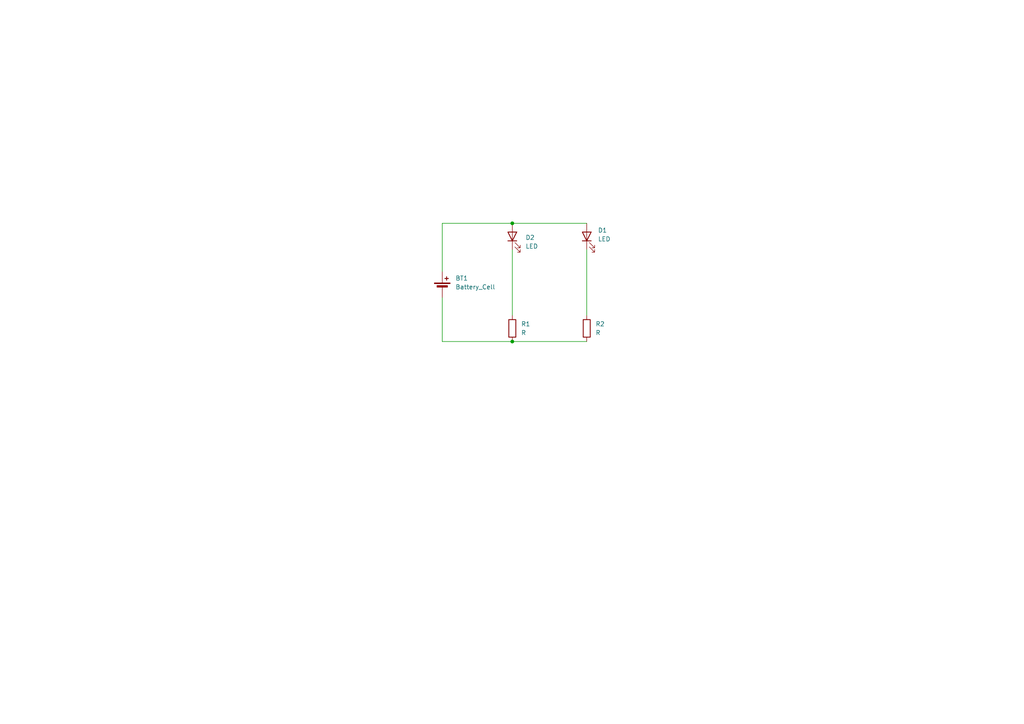
<source format=kicad_sch>
(kicad_sch (version 20250114) (generator "eeschema") (generator_version "9.0")
  (paper "A4")
  (lib_symbols
    (symbol "Device:Battery_Cell" (pin_numbers (hide yes)) (pin_names (offset 0) (hide yes))
      (property "Reference" "BT" (at 2.54 2.54 0))
      (property "Value" "Battery_Cell" (at 2.54 0 0))
      (symbol "Battery_Cell_0_1"
        (rectangle (start -2.286 1.778) (end 2.286 1.524) (fill (type outline)))
        (rectangle (start -1.524 1.016) (end 1.524 0.508) (fill (type outline)))
        (polyline (pts (xy 0 1.778) (xy 0 2.54)))
        (polyline (pts (xy 0 0.762) (xy 0 0)))
        (polyline (pts (xy 0.762 3.048) (xy 1.778 3.048)) (stroke (width 0.254)))
        (polyline (pts (xy 1.27 3.556) (xy 1.27 2.54)) (stroke (width 0.254)))
      )
      (symbol "Battery_Cell_1_1"
        (pin passive line (at 0 5.08 270) (length 2.54) (name "+") (number "1"))
        (pin passive line (at 0 -2.54 90) (length 2.54) (name "-") (number "2"))
      )
    )
    (symbol "Device:LED" (pin_numbers (hide yes)) (pin_names (offset 1.016) (hide yes))
      (property "Reference" "D" (at 0 2.54 0))
      (property "Value" "LED" (at 0 -2.54 0))
      (symbol "LED_0_1"
        (polyline (pts (xy -3.048 -0.762) (xy -4.572 -2.286) (xy -3.81 -2.286) (xy -4.572 -2.286) (xy -4.572 -1.524)))
        (polyline (pts (xy -1.778 -0.762) (xy -3.302 -2.286) (xy -2.54 -2.286) (xy -3.302 -2.286) (xy -3.302 -1.524)))
        (polyline (pts (xy -1.27 0) (xy 1.27 0)))
        (polyline (pts (xy -1.27 -1.27) (xy -1.27 1.27)) (stroke (width 0.254)))
        (polyline (pts (xy 1.27 -1.27) (xy 1.27 1.27) (xy -1.27 0) (xy 1.27 -1.27)) (stroke (width 0.254)))
      )
      (symbol "LED_1_1"
        (pin passive line (at -3.81 0 0) (length 2.54) (name "K") (number "1"))
        (pin passive line (at 3.81 0 180) (length 2.54) (name "A") (number "2"))
      )
    )
    (symbol "Device:R" (pin_numbers (hide yes)) (pin_names (offset 0))
      (property "Reference" "R" (at 2.032 0 90))
      (property "Value" "R" (at 0 0 90))
      (symbol "R_0_1"
        (rectangle (start -1.016 -2.54) (end 1.016 2.54) (stroke (width 0.254)))
      )
      (symbol "R_1_1"
        (pin passive line (at 0 3.81 270) (length 1.27) (name "~") (number "1"))
        (pin passive line (at 0 -3.81 90) (length 1.27) (name "~") (number "2"))
      )
    )
  )
  (junction (at 148.59 99.06))
  (junction (at 148.59 64.77))
  (wire (pts (xy 128.27 64.77) (xy 148.59 64.77)))
  (wire (pts (xy 128.27 86.36) (xy 128.27 99.06)))
  (wire (pts (xy 148.59 72.39) (xy 148.59 91.44)))
  (wire (pts (xy 148.59 99.06) (xy 170.18 99.06)))
  (wire (pts (xy 170.18 72.39) (xy 170.18 91.44)))
  (wire (pts (xy 128.27 99.06) (xy 148.59 99.06)))
  (wire (pts (xy 128.27 78.74) (xy 128.27 64.77)))
  (wire (pts (xy 148.59 64.77) (xy 170.18 64.77)))
  (symbol (lib_id "Device:LED") (at 148.59 68.58 90) (unit 1)
    (property "Reference" "D2" (at 152.4 68.8974 90) (effects (justify right)))
    (property "Value" "LED" (at 152.4 71.4374 90) (effects (justify right)))
    (property "Footprint" "LED_THT:LED_D5.0mm" (effects (hide yes)))
    (property "Description" "Light emitting diode" (effects (hide yes)))
    (property "Sim.Pins" "1=K 2=A" (effects (hide yes)))
  )
  (symbol (lib_id "Device:LED") (at 170.18 68.58 90) (unit 1)
    (property "Reference" "D1" (at 174.752 66.802 90))
    (property "Value" "LED" (at 175.26 69.342 90))
    (property "Footprint" "LED_THT:LED_D5.0mm" (effects (hide yes)))
    (property "Description" "Light emitting diode" (effects (hide yes)))
    (property "Sim.Pins" "1=K 2=A" (effects (hide yes)))
  )
  (symbol (lib_id "Device:Battery_Cell") (at 128.27 83.82 0) (unit 1)
    (property "Reference" "BT1" (at 132.08 80.7084 0) (effects (justify left)))
    (property "Value" "Battery_Cell" (at 132.08 83.2484 0) (effects (justify left)))
    (property "Footprint" "Battery:BatteryHolder_Keystone_3034_1x20mm" (effects (hide yes)))
    (property "Description" "Single-cell battery" (effects (hide yes)))
  )
  (symbol (lib_id "Device:R") (at 170.18 95.25 0) (unit 1)
    (property "Reference" "R2" (at 172.72 93.9799 0) (effects (justify left)))
    (property "Value" "R" (at 172.72 96.5199 0) (effects (justify left)))
    (property "Footprint" "Resistor_THT:R_Axial_DIN0204_L3.6mm_D1.6mm_P7.62mm_Horizontal" (effects (hide yes)))
    (property "Description" "Resistor" (effects (hide yes)))
  )
  (symbol (lib_id "Device:R") (at 148.59 95.25 0) (unit 1)
    (property "Reference" "R1" (at 151.13 93.9799 0) (effects (justify left)))
    (property "Value" "R" (at 151.13 96.5199 0) (effects (justify left)))
    (property "Footprint" "Resistor_THT:R_Axial_DIN0207_L6.3mm_D2.5mm_P7.62mm_Horizontal" (effects (hide yes)))
    (property "Description" "Resistor" (effects (hide yes)))
  )
)
</source>
